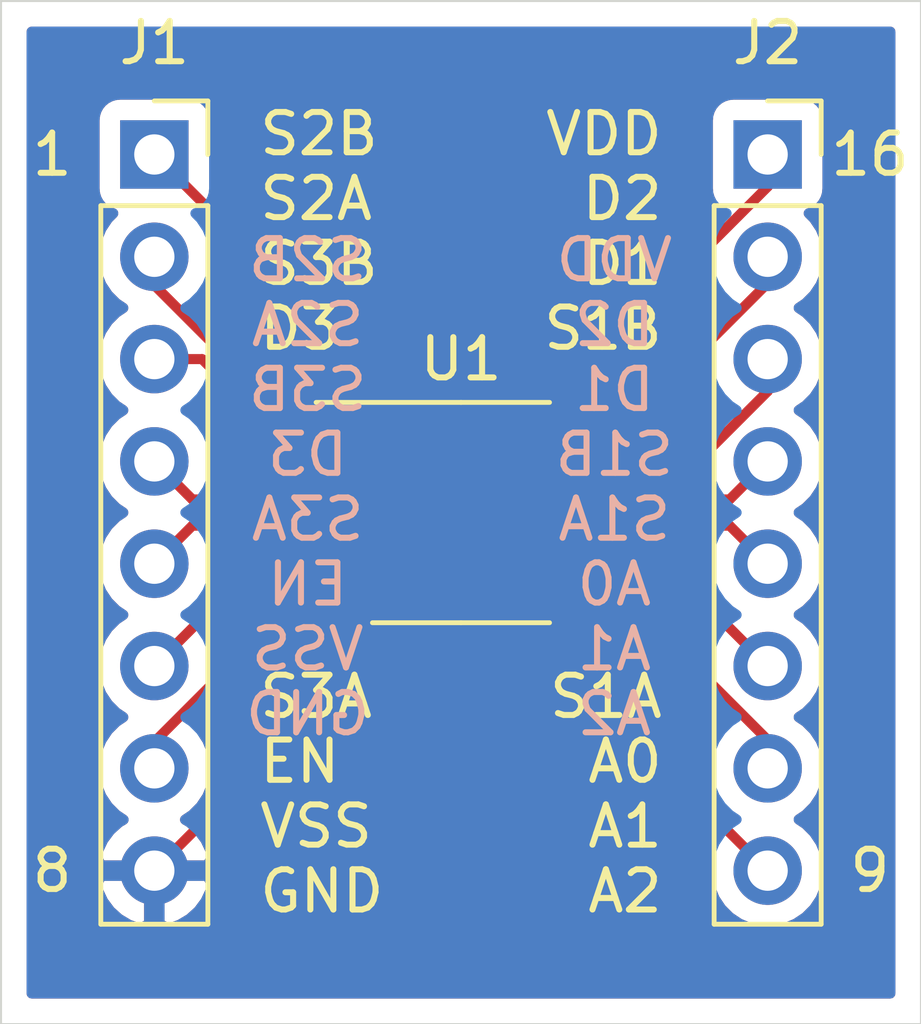
<source format=kicad_pcb>
(kicad_pcb (version 20171130) (host pcbnew "(5.1.10)-1")

  (general
    (thickness 1.6)
    (drawings 14)
    (tracks 39)
    (zones 0)
    (modules 3)
    (nets 17)
  )

  (page A4)
  (layers
    (0 F.Cu signal)
    (31 B.Cu signal)
    (32 B.Adhes user)
    (33 F.Adhes user)
    (34 B.Paste user)
    (35 F.Paste user)
    (36 B.SilkS user)
    (37 F.SilkS user)
    (38 B.Mask user)
    (39 F.Mask user)
    (40 Dwgs.User user)
    (41 Cmts.User user)
    (42 Eco1.User user)
    (43 Eco2.User user)
    (44 Edge.Cuts user)
    (45 Margin user)
    (46 B.CrtYd user hide)
    (47 F.CrtYd user)
    (48 B.Fab user)
    (49 F.Fab user hide)
  )

  (setup
    (last_trace_width 0.25)
    (trace_clearance 0.2)
    (zone_clearance 0.508)
    (zone_45_only no)
    (trace_min 0.2)
    (via_size 0.8)
    (via_drill 0.4)
    (via_min_size 0.4)
    (via_min_drill 0.3)
    (uvia_size 0.3)
    (uvia_drill 0.1)
    (uvias_allowed no)
    (uvia_min_size 0.2)
    (uvia_min_drill 0.1)
    (edge_width 0.05)
    (segment_width 0.2)
    (pcb_text_width 0.3)
    (pcb_text_size 1.5 1.5)
    (mod_edge_width 0.12)
    (mod_text_size 1 1)
    (mod_text_width 0.15)
    (pad_size 1.524 1.524)
    (pad_drill 0.762)
    (pad_to_mask_clearance 0)
    (aux_axis_origin 0 0)
    (visible_elements FFFFFF7F)
    (pcbplotparams
      (layerselection 0x010fc_ffffffff)
      (usegerberextensions false)
      (usegerberattributes true)
      (usegerberadvancedattributes true)
      (creategerberjobfile true)
      (excludeedgelayer true)
      (linewidth 0.100000)
      (plotframeref false)
      (viasonmask false)
      (mode 1)
      (useauxorigin false)
      (hpglpennumber 1)
      (hpglpenspeed 20)
      (hpglpendiameter 15.000000)
      (psnegative false)
      (psa4output false)
      (plotreference true)
      (plotvalue true)
      (plotinvisibletext false)
      (padsonsilk false)
      (subtractmaskfromsilk false)
      (outputformat 1)
      (mirror false)
      (drillshape 1)
      (scaleselection 1)
      (outputdirectory ""))
  )

  (net 0 "")
  (net 1 "Net-(J1-Pad1)")
  (net 2 "Net-(J1-Pad2)")
  (net 3 "Net-(J1-Pad3)")
  (net 4 "Net-(J1-Pad4)")
  (net 5 "Net-(J1-Pad5)")
  (net 6 "Net-(J1-Pad6)")
  (net 7 "Net-(J1-Pad7)")
  (net 8 "Net-(J1-Pad8)")
  (net 9 "Net-(J2-Pad8)")
  (net 10 "Net-(J2-Pad7)")
  (net 11 "Net-(J2-Pad6)")
  (net 12 "Net-(J2-Pad5)")
  (net 13 "Net-(J2-Pad4)")
  (net 14 "Net-(J2-Pad3)")
  (net 15 "Net-(J2-Pad2)")
  (net 16 "Net-(J2-Pad1)")

  (net_class Default "This is the default net class."
    (clearance 0.2)
    (trace_width 0.25)
    (via_dia 0.8)
    (via_drill 0.4)
    (uvia_dia 0.3)
    (uvia_drill 0.1)
    (add_net "Net-(J1-Pad1)")
    (add_net "Net-(J1-Pad2)")
    (add_net "Net-(J1-Pad3)")
    (add_net "Net-(J1-Pad4)")
    (add_net "Net-(J1-Pad5)")
    (add_net "Net-(J1-Pad6)")
    (add_net "Net-(J1-Pad7)")
    (add_net "Net-(J1-Pad8)")
    (add_net "Net-(J2-Pad1)")
    (add_net "Net-(J2-Pad2)")
    (add_net "Net-(J2-Pad3)")
    (add_net "Net-(J2-Pad4)")
    (add_net "Net-(J2-Pad5)")
    (add_net "Net-(J2-Pad6)")
    (add_net "Net-(J2-Pad7)")
    (add_net "Net-(J2-Pad8)")
  )

  (module Connector_PinSocket_2.54mm:PinSocket_1x08_P2.54mm_Vertical (layer F.Cu) (tedit 5A19A420) (tstamp 6401AF75)
    (at 148.59 81.28)
    (descr "Through hole straight socket strip, 1x08, 2.54mm pitch, single row (from Kicad 4.0.7), script generated")
    (tags "Through hole socket strip THT 1x08 2.54mm single row")
    (path /6401CD73)
    (fp_text reference J1 (at 0 -2.77) (layer F.SilkS)
      (effects (font (size 1 1) (thickness 0.15)))
    )
    (fp_text value Conn_01x08 (at 0 20.55) (layer F.Fab)
      (effects (font (size 1 1) (thickness 0.15)))
    )
    (fp_line (start -1.8 19.55) (end -1.8 -1.8) (layer F.CrtYd) (width 0.05))
    (fp_line (start 1.75 19.55) (end -1.8 19.55) (layer F.CrtYd) (width 0.05))
    (fp_line (start 1.75 -1.8) (end 1.75 19.55) (layer F.CrtYd) (width 0.05))
    (fp_line (start -1.8 -1.8) (end 1.75 -1.8) (layer F.CrtYd) (width 0.05))
    (fp_line (start 0 -1.33) (end 1.33 -1.33) (layer F.SilkS) (width 0.12))
    (fp_line (start 1.33 -1.33) (end 1.33 0) (layer F.SilkS) (width 0.12))
    (fp_line (start 1.33 1.27) (end 1.33 19.11) (layer F.SilkS) (width 0.12))
    (fp_line (start -1.33 19.11) (end 1.33 19.11) (layer F.SilkS) (width 0.12))
    (fp_line (start -1.33 1.27) (end -1.33 19.11) (layer F.SilkS) (width 0.12))
    (fp_line (start -1.33 1.27) (end 1.33 1.27) (layer F.SilkS) (width 0.12))
    (fp_line (start -1.27 19.05) (end -1.27 -1.27) (layer F.Fab) (width 0.1))
    (fp_line (start 1.27 19.05) (end -1.27 19.05) (layer F.Fab) (width 0.1))
    (fp_line (start 1.27 -0.635) (end 1.27 19.05) (layer F.Fab) (width 0.1))
    (fp_line (start 0.635 -1.27) (end 1.27 -0.635) (layer F.Fab) (width 0.1))
    (fp_line (start -1.27 -1.27) (end 0.635 -1.27) (layer F.Fab) (width 0.1))
    (fp_text user %R (at 0 8.89 90) (layer F.Fab)
      (effects (font (size 1 1) (thickness 0.15)))
    )
    (pad 1 thru_hole rect (at 0 0) (size 1.7 1.7) (drill 1) (layers *.Cu *.Mask)
      (net 1 "Net-(J1-Pad1)"))
    (pad 2 thru_hole oval (at 0 2.54) (size 1.7 1.7) (drill 1) (layers *.Cu *.Mask)
      (net 2 "Net-(J1-Pad2)"))
    (pad 3 thru_hole oval (at 0 5.08) (size 1.7 1.7) (drill 1) (layers *.Cu *.Mask)
      (net 3 "Net-(J1-Pad3)"))
    (pad 4 thru_hole oval (at 0 7.62) (size 1.7 1.7) (drill 1) (layers *.Cu *.Mask)
      (net 4 "Net-(J1-Pad4)"))
    (pad 5 thru_hole oval (at 0 10.16) (size 1.7 1.7) (drill 1) (layers *.Cu *.Mask)
      (net 5 "Net-(J1-Pad5)"))
    (pad 6 thru_hole oval (at 0 12.7) (size 1.7 1.7) (drill 1) (layers *.Cu *.Mask)
      (net 6 "Net-(J1-Pad6)"))
    (pad 7 thru_hole oval (at 0 15.24) (size 1.7 1.7) (drill 1) (layers *.Cu *.Mask)
      (net 7 "Net-(J1-Pad7)"))
    (pad 8 thru_hole oval (at 0 17.78) (size 1.7 1.7) (drill 1) (layers *.Cu *.Mask)
      (net 8 "Net-(J1-Pad8)"))
    (model ${KISYS3DMOD}/Connector_PinSocket_2.54mm.3dshapes/PinSocket_1x08_P2.54mm_Vertical.wrl
      (at (xyz 0 0 0))
      (scale (xyz 1 1 1))
      (rotate (xyz 0 0 0))
    )
  )

  (module Connector_PinSocket_2.54mm:PinSocket_1x08_P2.54mm_Vertical (layer F.Cu) (tedit 5A19A420) (tstamp 6401AF91)
    (at 163.83 81.28)
    (descr "Through hole straight socket strip, 1x08, 2.54mm pitch, single row (from Kicad 4.0.7), script generated")
    (tags "Through hole socket strip THT 1x08 2.54mm single row")
    (path /6401DFBA)
    (fp_text reference J2 (at 0 -2.77) (layer F.SilkS)
      (effects (font (size 1 1) (thickness 0.15)))
    )
    (fp_text value Conn_01x08 (at 0 20.55) (layer F.Fab)
      (effects (font (size 1 1) (thickness 0.15)))
    )
    (fp_text user %R (at 0 8.89 90) (layer F.Fab)
      (effects (font (size 1 1) (thickness 0.15)))
    )
    (fp_line (start -1.27 -1.27) (end 0.635 -1.27) (layer F.Fab) (width 0.1))
    (fp_line (start 0.635 -1.27) (end 1.27 -0.635) (layer F.Fab) (width 0.1))
    (fp_line (start 1.27 -0.635) (end 1.27 19.05) (layer F.Fab) (width 0.1))
    (fp_line (start 1.27 19.05) (end -1.27 19.05) (layer F.Fab) (width 0.1))
    (fp_line (start -1.27 19.05) (end -1.27 -1.27) (layer F.Fab) (width 0.1))
    (fp_line (start -1.33 1.27) (end 1.33 1.27) (layer F.SilkS) (width 0.12))
    (fp_line (start -1.33 1.27) (end -1.33 19.11) (layer F.SilkS) (width 0.12))
    (fp_line (start -1.33 19.11) (end 1.33 19.11) (layer F.SilkS) (width 0.12))
    (fp_line (start 1.33 1.27) (end 1.33 19.11) (layer F.SilkS) (width 0.12))
    (fp_line (start 1.33 -1.33) (end 1.33 0) (layer F.SilkS) (width 0.12))
    (fp_line (start 0 -1.33) (end 1.33 -1.33) (layer F.SilkS) (width 0.12))
    (fp_line (start -1.8 -1.8) (end 1.75 -1.8) (layer F.CrtYd) (width 0.05))
    (fp_line (start 1.75 -1.8) (end 1.75 19.55) (layer F.CrtYd) (width 0.05))
    (fp_line (start 1.75 19.55) (end -1.8 19.55) (layer F.CrtYd) (width 0.05))
    (fp_line (start -1.8 19.55) (end -1.8 -1.8) (layer F.CrtYd) (width 0.05))
    (pad 8 thru_hole oval (at 0 17.78) (size 1.7 1.7) (drill 1) (layers *.Cu *.Mask)
      (net 9 "Net-(J2-Pad8)"))
    (pad 7 thru_hole oval (at 0 15.24) (size 1.7 1.7) (drill 1) (layers *.Cu *.Mask)
      (net 10 "Net-(J2-Pad7)"))
    (pad 6 thru_hole oval (at 0 12.7) (size 1.7 1.7) (drill 1) (layers *.Cu *.Mask)
      (net 11 "Net-(J2-Pad6)"))
    (pad 5 thru_hole oval (at 0 10.16) (size 1.7 1.7) (drill 1) (layers *.Cu *.Mask)
      (net 12 "Net-(J2-Pad5)"))
    (pad 4 thru_hole oval (at 0 7.62) (size 1.7 1.7) (drill 1) (layers *.Cu *.Mask)
      (net 13 "Net-(J2-Pad4)"))
    (pad 3 thru_hole oval (at 0 5.08) (size 1.7 1.7) (drill 1) (layers *.Cu *.Mask)
      (net 14 "Net-(J2-Pad3)"))
    (pad 2 thru_hole oval (at 0 2.54) (size 1.7 1.7) (drill 1) (layers *.Cu *.Mask)
      (net 15 "Net-(J2-Pad2)"))
    (pad 1 thru_hole rect (at 0 0) (size 1.7 1.7) (drill 1) (layers *.Cu *.Mask)
      (net 16 "Net-(J2-Pad1)"))
    (model ${KISYS3DMOD}/Connector_PinSocket_2.54mm.3dshapes/PinSocket_1x08_P2.54mm_Vertical.wrl
      (at (xyz 0 0 0))
      (scale (xyz 1 1 1))
      (rotate (xyz 0 0 0))
    )
  )

  (module Package_SO:TSSOP-16_4.4x5mm_P0.65mm (layer F.Cu) (tedit 5E476F32) (tstamp 6401AFB3)
    (at 156.21 90.17)
    (descr "TSSOP, 16 Pin (JEDEC MO-153 Var AB https://www.jedec.org/document_search?search_api_views_fulltext=MO-153), generated with kicad-footprint-generator ipc_gullwing_generator.py")
    (tags "TSSOP SO")
    (path /640154AF)
    (attr smd)
    (fp_text reference U1 (at 0 -3.81) (layer F.SilkS)
      (effects (font (size 1 1) (thickness 0.15)))
    )
    (fp_text value ADG733BRU (at 0 3.45) (layer F.Fab)
      (effects (font (size 1 1) (thickness 0.15)))
    )
    (fp_line (start 3.85 -2.75) (end -3.85 -2.75) (layer F.CrtYd) (width 0.05))
    (fp_line (start 3.85 2.75) (end 3.85 -2.75) (layer F.CrtYd) (width 0.05))
    (fp_line (start -3.85 2.75) (end 3.85 2.75) (layer F.CrtYd) (width 0.05))
    (fp_line (start -3.85 -2.75) (end -3.85 2.75) (layer F.CrtYd) (width 0.05))
    (fp_line (start -2.2 -1.5) (end -1.2 -2.5) (layer F.Fab) (width 0.1))
    (fp_line (start -2.2 2.5) (end -2.2 -1.5) (layer F.Fab) (width 0.1))
    (fp_line (start 2.2 2.5) (end -2.2 2.5) (layer F.Fab) (width 0.1))
    (fp_line (start 2.2 -2.5) (end 2.2 2.5) (layer F.Fab) (width 0.1))
    (fp_line (start -1.2 -2.5) (end 2.2 -2.5) (layer F.Fab) (width 0.1))
    (fp_line (start 0 -2.735) (end -3.6 -2.735) (layer F.SilkS) (width 0.12))
    (fp_line (start 0 -2.735) (end 2.2 -2.735) (layer F.SilkS) (width 0.12))
    (fp_line (start 0 2.735) (end -2.2 2.735) (layer F.SilkS) (width 0.12))
    (fp_line (start 0 2.735) (end 2.2 2.735) (layer F.SilkS) (width 0.12))
    (fp_text user %R (at 0 0) (layer F.Fab)
      (effects (font (size 1 1) (thickness 0.15)))
    )
    (pad 1 smd roundrect (at -2.8625 -2.275) (size 1.475 0.4) (layers F.Cu F.Paste F.Mask) (roundrect_rratio 0.25)
      (net 1 "Net-(J1-Pad1)"))
    (pad 2 smd roundrect (at -2.8625 -1.625) (size 1.475 0.4) (layers F.Cu F.Paste F.Mask) (roundrect_rratio 0.25)
      (net 2 "Net-(J1-Pad2)"))
    (pad 3 smd roundrect (at -2.8625 -0.975) (size 1.475 0.4) (layers F.Cu F.Paste F.Mask) (roundrect_rratio 0.25)
      (net 3 "Net-(J1-Pad3)"))
    (pad 4 smd roundrect (at -2.8625 -0.325) (size 1.475 0.4) (layers F.Cu F.Paste F.Mask) (roundrect_rratio 0.25)
      (net 4 "Net-(J1-Pad4)"))
    (pad 5 smd roundrect (at -2.8625 0.325) (size 1.475 0.4) (layers F.Cu F.Paste F.Mask) (roundrect_rratio 0.25)
      (net 5 "Net-(J1-Pad5)"))
    (pad 6 smd roundrect (at -2.8625 0.975) (size 1.475 0.4) (layers F.Cu F.Paste F.Mask) (roundrect_rratio 0.25)
      (net 6 "Net-(J1-Pad6)"))
    (pad 7 smd roundrect (at -2.8625 1.625) (size 1.475 0.4) (layers F.Cu F.Paste F.Mask) (roundrect_rratio 0.25)
      (net 7 "Net-(J1-Pad7)"))
    (pad 8 smd roundrect (at -2.8625 2.275) (size 1.475 0.4) (layers F.Cu F.Paste F.Mask) (roundrect_rratio 0.25)
      (net 8 "Net-(J1-Pad8)"))
    (pad 9 smd roundrect (at 2.8625 2.275) (size 1.475 0.4) (layers F.Cu F.Paste F.Mask) (roundrect_rratio 0.25)
      (net 9 "Net-(J2-Pad8)"))
    (pad 10 smd roundrect (at 2.8625 1.625) (size 1.475 0.4) (layers F.Cu F.Paste F.Mask) (roundrect_rratio 0.25)
      (net 10 "Net-(J2-Pad7)"))
    (pad 11 smd roundrect (at 2.8625 0.975) (size 1.475 0.4) (layers F.Cu F.Paste F.Mask) (roundrect_rratio 0.25)
      (net 11 "Net-(J2-Pad6)"))
    (pad 12 smd roundrect (at 2.8625 0.325) (size 1.475 0.4) (layers F.Cu F.Paste F.Mask) (roundrect_rratio 0.25)
      (net 12 "Net-(J2-Pad5)"))
    (pad 13 smd roundrect (at 2.8625 -0.325) (size 1.475 0.4) (layers F.Cu F.Paste F.Mask) (roundrect_rratio 0.25)
      (net 13 "Net-(J2-Pad4)"))
    (pad 14 smd roundrect (at 2.8625 -0.975) (size 1.475 0.4) (layers F.Cu F.Paste F.Mask) (roundrect_rratio 0.25)
      (net 14 "Net-(J2-Pad3)"))
    (pad 15 smd roundrect (at 2.8625 -1.625) (size 1.475 0.4) (layers F.Cu F.Paste F.Mask) (roundrect_rratio 0.25)
      (net 15 "Net-(J2-Pad2)"))
    (pad 16 smd roundrect (at 2.8625 -2.275) (size 1.475 0.4) (layers F.Cu F.Paste F.Mask) (roundrect_rratio 0.25)
      (net 16 "Net-(J2-Pad1)"))
    (model ${KISYS3DMOD}/Package_SO.3dshapes/TSSOP-16_4.4x5mm_P0.65mm.wrl
      (at (xyz 0 0 0))
      (scale (xyz 1 1 1))
      (rotate (xyz 0 0 0))
    )
  )

  (gr_text "S1A\nA0\nA1\nA2" (at 161.29 97.155) (layer F.SilkS)
    (effects (font (size 1 1) (thickness 0.15)) (justify right))
  )
  (gr_text "VDD\nD2\nD1\nS1B" (at 161.29 83.185) (layer F.SilkS)
    (effects (font (size 1 1) (thickness 0.15)) (justify right))
  )
  (gr_text "S3A\nEN\nVSS\nGND" (at 151.13 97.155) (layer F.SilkS)
    (effects (font (size 1 1) (thickness 0.15)) (justify left))
  )
  (gr_text "S2B\nS2A\nS3B\nD3" (at 151.13 83.185) (layer F.SilkS)
    (effects (font (size 1 1) (thickness 0.15)) (justify left))
  )
  (gr_text "VDD\nD2\nD1\nS1B\nS1A\nA0\nA1\nA2" (at 160.02 89.535) (layer B.SilkS)
    (effects (font (size 1 1) (thickness 0.15)) (justify mirror))
  )
  (gr_text "S2B\nS2A\nS3B\nD3\nS3A\nEN\nVSS\nGND" (at 152.4 89.535) (layer B.SilkS)
    (effects (font (size 1 1) (thickness 0.15)) (justify mirror))
  )
  (gr_text 16 (at 166.37 81.28) (layer F.SilkS)
    (effects (font (size 1 1) (thickness 0.15)))
  )
  (gr_text 9 (at 166.37 99.06) (layer F.SilkS)
    (effects (font (size 1 1) (thickness 0.15)))
  )
  (gr_text 8 (at 146.05 99.06) (layer F.SilkS)
    (effects (font (size 1 1) (thickness 0.15)))
  )
  (gr_text 1 (at 146.05 81.28) (layer F.SilkS)
    (effects (font (size 1 1) (thickness 0.15)))
  )
  (gr_line (start 144.78 102.87) (end 144.78 77.47) (layer Edge.Cuts) (width 0.05) (tstamp 6401B257))
  (gr_line (start 167.64 102.87) (end 144.78 102.87) (layer Edge.Cuts) (width 0.05))
  (gr_line (start 167.64 77.47) (end 167.64 102.87) (layer Edge.Cuts) (width 0.05))
  (gr_line (start 144.78 77.47) (end 167.64 77.47) (layer Edge.Cuts) (width 0.05))

  (segment (start 153.3475 86.0375) (end 148.59 81.28) (width 0.25) (layer F.Cu) (net 1))
  (segment (start 153.3475 87.895) (end 153.3475 86.0375) (width 0.25) (layer F.Cu) (net 1))
  (segment (start 148.59 84.525) (end 148.59 83.82) (width 0.25) (layer F.Cu) (net 2))
  (segment (start 152.61 88.545) (end 148.59 84.525) (width 0.25) (layer F.Cu) (net 2))
  (segment (start 153.3475 88.545) (end 152.61 88.545) (width 0.25) (layer F.Cu) (net 2))
  (segment (start 149.775 86.36) (end 148.59 86.36) (width 0.25) (layer F.Cu) (net 3))
  (segment (start 152.61 89.195) (end 149.775 86.36) (width 0.25) (layer F.Cu) (net 3))
  (segment (start 153.3475 89.195) (end 152.61 89.195) (width 0.25) (layer F.Cu) (net 3))
  (segment (start 149.535 89.845) (end 148.59 88.9) (width 0.25) (layer F.Cu) (net 4))
  (segment (start 153.3475 89.845) (end 149.535 89.845) (width 0.25) (layer F.Cu) (net 4))
  (segment (start 149.535 90.495) (end 153.3475 90.495) (width 0.25) (layer F.Cu) (net 5))
  (segment (start 148.59 91.44) (end 149.535 90.495) (width 0.25) (layer F.Cu) (net 5))
  (segment (start 151.425 91.145) (end 153.3475 91.145) (width 0.25) (layer F.Cu) (net 6))
  (segment (start 148.59 93.98) (end 151.425 91.145) (width 0.25) (layer F.Cu) (net 6))
  (segment (start 152.658942 91.795) (end 153.3475 91.795) (width 0.25) (layer F.Cu) (net 7))
  (segment (start 148.59 95.863942) (end 152.658942 91.795) (width 0.25) (layer F.Cu) (net 7))
  (segment (start 148.59 96.52) (end 148.59 95.863942) (width 0.25) (layer F.Cu) (net 7))
  (segment (start 153.3475 94.3025) (end 148.59 99.06) (width 0.25) (layer F.Cu) (net 8))
  (segment (start 153.3475 92.445) (end 153.3475 94.3025) (width 0.25) (layer F.Cu) (net 8))
  (segment (start 159.0725 94.3025) (end 163.83 99.06) (width 0.25) (layer F.Cu) (net 9))
  (segment (start 159.0725 92.445) (end 159.0725 94.3025) (width 0.25) (layer F.Cu) (net 9))
  (segment (start 163.83 95.815) (end 163.83 96.52) (width 0.25) (layer F.Cu) (net 10))
  (segment (start 159.81 91.795) (end 163.83 95.815) (width 0.25) (layer F.Cu) (net 10))
  (segment (start 159.0725 91.795) (end 159.81 91.795) (width 0.25) (layer F.Cu) (net 10))
  (segment (start 160.995 91.145) (end 163.83 93.98) (width 0.25) (layer F.Cu) (net 11))
  (segment (start 159.0725 91.145) (end 160.995 91.145) (width 0.25) (layer F.Cu) (net 11))
  (segment (start 162.885 90.495) (end 163.83 91.44) (width 0.25) (layer F.Cu) (net 12))
  (segment (start 159.0725 90.495) (end 162.885 90.495) (width 0.25) (layer F.Cu) (net 12))
  (segment (start 162.885 89.845) (end 159.0725 89.845) (width 0.25) (layer F.Cu) (net 13))
  (segment (start 163.83 88.9) (end 162.885 89.845) (width 0.25) (layer F.Cu) (net 13))
  (segment (start 163.83 87.160998) (end 163.83 86.36) (width 0.25) (layer F.Cu) (net 14))
  (segment (start 161.795998 89.195) (end 163.83 87.160998) (width 0.25) (layer F.Cu) (net 14))
  (segment (start 159.0725 89.195) (end 161.795998 89.195) (width 0.25) (layer F.Cu) (net 14))
  (segment (start 159.761058 88.545) (end 159.0725 88.545) (width 0.25) (layer F.Cu) (net 15))
  (segment (start 163.83 84.476058) (end 159.761058 88.545) (width 0.25) (layer F.Cu) (net 15))
  (segment (start 163.83 83.82) (end 163.83 84.476058) (width 0.25) (layer F.Cu) (net 15))
  (segment (start 163.83 82.080998) (end 163.83 81.28) (width 0.25) (layer F.Cu) (net 16))
  (segment (start 159.0725 86.838498) (end 163.83 82.080998) (width 0.25) (layer F.Cu) (net 16))
  (segment (start 159.0725 87.895) (end 159.0725 86.838498) (width 0.25) (layer F.Cu) (net 16))

  (zone (net 8) (net_name "Net-(J1-Pad8)") (layer F.Cu) (tstamp 0) (hatch edge 0.508)
    (connect_pads (clearance 0.508))
    (min_thickness 0.254)
    (fill yes (arc_segments 32) (thermal_gap 0.508) (thermal_bridge_width 0.508))
    (polygon
      (pts
        (xy 167.005 102.235) (xy 145.415 102.235) (xy 145.415 78.105) (xy 167.005 78.105)
      )
    )
    (filled_polygon
      (pts
        (xy 166.878 102.108) (xy 145.542 102.108) (xy 145.542 99.41689) (xy 147.148524 99.41689) (xy 147.193175 99.564099)
        (xy 147.318359 99.82692) (xy 147.492412 100.060269) (xy 147.708645 100.255178) (xy 147.958748 100.404157) (xy 148.233109 100.501481)
        (xy 148.463 100.380814) (xy 148.463 99.187) (xy 148.717 99.187) (xy 148.717 100.380814) (xy 148.946891 100.501481)
        (xy 149.221252 100.404157) (xy 149.471355 100.255178) (xy 149.687588 100.060269) (xy 149.861641 99.82692) (xy 149.986825 99.564099)
        (xy 150.031476 99.41689) (xy 149.910155 99.187) (xy 148.717 99.187) (xy 148.463 99.187) (xy 147.269845 99.187)
        (xy 147.148524 99.41689) (xy 145.542 99.41689) (xy 145.542 80.43) (xy 147.101928 80.43) (xy 147.101928 82.13)
        (xy 147.114188 82.254482) (xy 147.150498 82.37418) (xy 147.209463 82.484494) (xy 147.288815 82.581185) (xy 147.385506 82.660537)
        (xy 147.49582 82.719502) (xy 147.56838 82.741513) (xy 147.436525 82.873368) (xy 147.27401 83.116589) (xy 147.162068 83.386842)
        (xy 147.105 83.67374) (xy 147.105 83.96626) (xy 147.162068 84.253158) (xy 147.27401 84.523411) (xy 147.436525 84.766632)
        (xy 147.643368 84.973475) (xy 147.81776 85.09) (xy 147.643368 85.206525) (xy 147.436525 85.413368) (xy 147.27401 85.656589)
        (xy 147.162068 85.926842) (xy 147.105 86.21374) (xy 147.105 86.50626) (xy 147.162068 86.793158) (xy 147.27401 87.063411)
        (xy 147.436525 87.306632) (xy 147.643368 87.513475) (xy 147.81776 87.63) (xy 147.643368 87.746525) (xy 147.436525 87.953368)
        (xy 147.27401 88.196589) (xy 147.162068 88.466842) (xy 147.105 88.75374) (xy 147.105 89.04626) (xy 147.162068 89.333158)
        (xy 147.27401 89.603411) (xy 147.436525 89.846632) (xy 147.643368 90.053475) (xy 147.81776 90.17) (xy 147.643368 90.286525)
        (xy 147.436525 90.493368) (xy 147.27401 90.736589) (xy 147.162068 91.006842) (xy 147.105 91.29374) (xy 147.105 91.58626)
        (xy 147.162068 91.873158) (xy 147.27401 92.143411) (xy 147.436525 92.386632) (xy 147.643368 92.593475) (xy 147.81776 92.71)
        (xy 147.643368 92.826525) (xy 147.436525 93.033368) (xy 147.27401 93.276589) (xy 147.162068 93.546842) (xy 147.105 93.83374)
        (xy 147.105 94.12626) (xy 147.162068 94.413158) (xy 147.27401 94.683411) (xy 147.436525 94.926632) (xy 147.643368 95.133475)
        (xy 147.81776 95.25) (xy 147.643368 95.366525) (xy 147.436525 95.573368) (xy 147.27401 95.816589) (xy 147.162068 96.086842)
        (xy 147.105 96.37374) (xy 147.105 96.66626) (xy 147.162068 96.953158) (xy 147.27401 97.223411) (xy 147.436525 97.466632)
        (xy 147.643368 97.673475) (xy 147.825534 97.795195) (xy 147.708645 97.864822) (xy 147.492412 98.059731) (xy 147.318359 98.29308)
        (xy 147.193175 98.555901) (xy 147.148524 98.70311) (xy 147.269845 98.933) (xy 148.463 98.933) (xy 148.463 98.913)
        (xy 148.717 98.913) (xy 148.717 98.933) (xy 149.910155 98.933) (xy 150.031476 98.70311) (xy 149.986825 98.555901)
        (xy 149.861641 98.29308) (xy 149.687588 98.059731) (xy 149.471355 97.864822) (xy 149.354466 97.795195) (xy 149.536632 97.673475)
        (xy 149.743475 97.466632) (xy 149.90599 97.223411) (xy 150.017932 96.953158) (xy 150.075 96.66626) (xy 150.075 96.37374)
        (xy 150.017932 96.086842) (xy 149.90599 95.816589) (xy 149.82835 95.700393) (xy 152.319229 93.209515) (xy 152.374718 93.238109)
        (xy 152.494948 93.272614) (xy 152.6196 93.283) (xy 153.06175 93.28) (xy 153.2205 93.12125) (xy 153.2205 92.633072)
        (xy 153.4745 92.633072) (xy 153.4745 93.12125) (xy 153.63325 93.28) (xy 154.0754 93.283) (xy 154.200052 93.272614)
        (xy 154.320282 93.238109) (xy 154.431471 93.180811) (xy 154.529346 93.102922) (xy 154.610144 93.007436) (xy 154.670761 92.898021)
        (xy 154.708868 92.778883) (xy 154.72 92.67675) (xy 154.56125 92.518) (xy 154.377622 92.518) (xy 154.395051 92.508684)
        (xy 154.506896 92.416896) (xy 154.543741 92.372) (xy 154.56125 92.372) (xy 154.72 92.21325) (xy 154.708868 92.111117)
        (xy 154.69765 92.076045) (xy 154.70889 92.038991) (xy 154.723072 91.895) (xy 154.723072 91.695) (xy 154.70889 91.551009)
        (xy 154.684316 91.47) (xy 154.70889 91.388991) (xy 154.723072 91.245) (xy 154.723072 91.045) (xy 154.70889 90.901009)
        (xy 154.684316 90.82) (xy 154.70889 90.738991) (xy 154.723072 90.595) (xy 154.723072 90.395) (xy 154.70889 90.251009)
        (xy 154.684316 90.17) (xy 154.70889 90.088991) (xy 154.723072 89.945) (xy 154.723072 89.745) (xy 154.70889 89.601009)
        (xy 154.684316 89.52) (xy 154.70889 89.438991) (xy 154.723072 89.295) (xy 154.723072 89.095) (xy 154.70889 88.951009)
        (xy 154.684316 88.87) (xy 154.70889 88.788991) (xy 154.723072 88.645) (xy 154.723072 88.445) (xy 154.70889 88.301009)
        (xy 154.684316 88.22) (xy 154.70889 88.138991) (xy 154.723072 87.995) (xy 154.723072 87.795) (xy 157.696928 87.795)
        (xy 157.696928 87.995) (xy 157.71111 88.138991) (xy 157.735684 88.22) (xy 157.71111 88.301009) (xy 157.696928 88.445)
        (xy 157.696928 88.645) (xy 157.71111 88.788991) (xy 157.735684 88.87) (xy 157.71111 88.951009) (xy 157.696928 89.095)
        (xy 157.696928 89.295) (xy 157.71111 89.438991) (xy 157.735684 89.52) (xy 157.71111 89.601009) (xy 157.696928 89.745)
        (xy 157.696928 89.945) (xy 157.71111 90.088991) (xy 157.735684 90.17) (xy 157.71111 90.251009) (xy 157.696928 90.395)
        (xy 157.696928 90.595) (xy 157.71111 90.738991) (xy 157.735684 90.82) (xy 157.71111 90.901009) (xy 157.696928 91.045)
        (xy 157.696928 91.245) (xy 157.71111 91.388991) (xy 157.735684 91.47) (xy 157.71111 91.551009) (xy 157.696928 91.695)
        (xy 157.696928 91.895) (xy 157.71111 92.038991) (xy 157.735684 92.12) (xy 157.71111 92.201009) (xy 157.696928 92.345)
        (xy 157.696928 92.545) (xy 157.71111 92.688991) (xy 157.75311 92.827448) (xy 157.821316 92.955051) (xy 157.913104 93.066896)
        (xy 158.024949 93.158684) (xy 158.152552 93.22689) (xy 158.291009 93.26889) (xy 158.3125 93.271007) (xy 158.312501 94.265168)
        (xy 158.308824 94.3025) (xy 158.323498 94.451485) (xy 158.366954 94.594746) (xy 158.437526 94.726776) (xy 158.451396 94.743676)
        (xy 158.5325 94.842501) (xy 158.561498 94.866299) (xy 162.38879 98.693592) (xy 162.345 98.91374) (xy 162.345 99.20626)
        (xy 162.402068 99.493158) (xy 162.51401 99.763411) (xy 162.676525 100.006632) (xy 162.883368 100.213475) (xy 163.126589 100.37599)
        (xy 163.396842 100.487932) (xy 163.68374 100.545) (xy 163.97626 100.545) (xy 164.263158 100.487932) (xy 164.533411 100.37599)
        (xy 164.776632 100.213475) (xy 164.983475 100.006632) (xy 165.14599 99.763411) (xy 165.257932 99.493158) (xy 165.315 99.20626)
        (xy 165.315 98.91374) (xy 165.257932 98.626842) (xy 165.14599 98.356589) (xy 164.983475 98.113368) (xy 164.776632 97.906525)
        (xy 164.60224 97.79) (xy 164.776632 97.673475) (xy 164.983475 97.466632) (xy 165.14599 97.223411) (xy 165.257932 96.953158)
        (xy 165.315 96.66626) (xy 165.315 96.37374) (xy 165.257932 96.086842) (xy 165.14599 95.816589) (xy 164.983475 95.573368)
        (xy 164.776632 95.366525) (xy 164.60224 95.25) (xy 164.776632 95.133475) (xy 164.983475 94.926632) (xy 165.14599 94.683411)
        (xy 165.257932 94.413158) (xy 165.315 94.12626) (xy 165.315 93.83374) (xy 165.257932 93.546842) (xy 165.14599 93.276589)
        (xy 164.983475 93.033368) (xy 164.776632 92.826525) (xy 164.60224 92.71) (xy 164.776632 92.593475) (xy 164.983475 92.386632)
        (xy 165.14599 92.143411) (xy 165.257932 91.873158) (xy 165.315 91.58626) (xy 165.315 91.29374) (xy 165.257932 91.006842)
        (xy 165.14599 90.736589) (xy 164.983475 90.493368) (xy 164.776632 90.286525) (xy 164.60224 90.17) (xy 164.776632 90.053475)
        (xy 164.983475 89.846632) (xy 165.14599 89.603411) (xy 165.257932 89.333158) (xy 165.315 89.04626) (xy 165.315 88.75374)
        (xy 165.257932 88.466842) (xy 165.14599 88.196589) (xy 164.983475 87.953368) (xy 164.776632 87.746525) (xy 164.60224 87.63)
        (xy 164.776632 87.513475) (xy 164.983475 87.306632) (xy 165.14599 87.063411) (xy 165.257932 86.793158) (xy 165.315 86.50626)
        (xy 165.315 86.21374) (xy 165.257932 85.926842) (xy 165.14599 85.656589) (xy 164.983475 85.413368) (xy 164.776632 85.206525)
        (xy 164.60224 85.09) (xy 164.776632 84.973475) (xy 164.983475 84.766632) (xy 165.14599 84.523411) (xy 165.257932 84.253158)
        (xy 165.315 83.96626) (xy 165.315 83.67374) (xy 165.257932 83.386842) (xy 165.14599 83.116589) (xy 164.983475 82.873368)
        (xy 164.85162 82.741513) (xy 164.92418 82.719502) (xy 165.034494 82.660537) (xy 165.131185 82.581185) (xy 165.210537 82.484494)
        (xy 165.269502 82.37418) (xy 165.305812 82.254482) (xy 165.318072 82.13) (xy 165.318072 80.43) (xy 165.305812 80.305518)
        (xy 165.269502 80.18582) (xy 165.210537 80.075506) (xy 165.131185 79.978815) (xy 165.034494 79.899463) (xy 164.92418 79.840498)
        (xy 164.804482 79.804188) (xy 164.68 79.791928) (xy 162.98 79.791928) (xy 162.855518 79.804188) (xy 162.73582 79.840498)
        (xy 162.625506 79.899463) (xy 162.528815 79.978815) (xy 162.449463 80.075506) (xy 162.390498 80.18582) (xy 162.354188 80.305518)
        (xy 162.341928 80.43) (xy 162.341928 82.13) (xy 162.354188 82.254482) (xy 162.390498 82.37418) (xy 162.41541 82.420786)
        (xy 158.561498 86.274699) (xy 158.5325 86.298497) (xy 158.508702 86.327495) (xy 158.508701 86.327496) (xy 158.437526 86.414222)
        (xy 158.366954 86.546252) (xy 158.344281 86.620997) (xy 158.328667 86.672474) (xy 158.323498 86.689513) (xy 158.308824 86.838498)
        (xy 158.312501 86.87583) (xy 158.312501 87.068993) (xy 158.291009 87.07111) (xy 158.152552 87.11311) (xy 158.024949 87.181316)
        (xy 157.913104 87.273104) (xy 157.821316 87.384949) (xy 157.75311 87.512552) (xy 157.71111 87.651009) (xy 157.696928 87.795)
        (xy 154.723072 87.795) (xy 154.70889 87.651009) (xy 154.66689 87.512552) (xy 154.598684 87.384949) (xy 154.506896 87.273104)
        (xy 154.395051 87.181316) (xy 154.267448 87.11311) (xy 154.128991 87.07111) (xy 154.1075 87.068993) (xy 154.1075 86.074821)
        (xy 154.111176 86.037499) (xy 154.1075 86.000176) (xy 154.1075 86.000167) (xy 154.096503 85.888514) (xy 154.053046 85.745253)
        (xy 154.042234 85.725026) (xy 153.982474 85.613223) (xy 153.911299 85.526497) (xy 153.887501 85.497499) (xy 153.858503 85.473701)
        (xy 150.078072 81.693271) (xy 150.078072 80.43) (xy 150.065812 80.305518) (xy 150.029502 80.18582) (xy 149.970537 80.075506)
        (xy 149.891185 79.978815) (xy 149.794494 79.899463) (xy 149.68418 79.840498) (xy 149.564482 79.804188) (xy 149.44 79.791928)
        (xy 147.74 79.791928) (xy 147.615518 79.804188) (xy 147.49582 79.840498) (xy 147.385506 79.899463) (xy 147.288815 79.978815)
        (xy 147.209463 80.075506) (xy 147.150498 80.18582) (xy 147.114188 80.305518) (xy 147.101928 80.43) (xy 145.542 80.43)
        (xy 145.542 78.232) (xy 166.878 78.232)
      )
    )
  )
  (zone (net 8) (net_name "Net-(J1-Pad8)") (layer B.Cu) (tstamp 0) (hatch edge 0.508)
    (connect_pads (clearance 0.508))
    (min_thickness 0.254)
    (fill yes (arc_segments 32) (thermal_gap 0.508) (thermal_bridge_width 0.508))
    (polygon
      (pts
        (xy 167.005 102.235) (xy 145.415 102.235) (xy 145.415 78.105) (xy 167.005 78.105)
      )
    )
    (filled_polygon
      (pts
        (xy 166.878 102.108) (xy 145.542 102.108) (xy 145.542 99.41689) (xy 147.148524 99.41689) (xy 147.193175 99.564099)
        (xy 147.318359 99.82692) (xy 147.492412 100.060269) (xy 147.708645 100.255178) (xy 147.958748 100.404157) (xy 148.233109 100.501481)
        (xy 148.463 100.380814) (xy 148.463 99.187) (xy 148.717 99.187) (xy 148.717 100.380814) (xy 148.946891 100.501481)
        (xy 149.221252 100.404157) (xy 149.471355 100.255178) (xy 149.687588 100.060269) (xy 149.861641 99.82692) (xy 149.986825 99.564099)
        (xy 150.031476 99.41689) (xy 149.910155 99.187) (xy 148.717 99.187) (xy 148.463 99.187) (xy 147.269845 99.187)
        (xy 147.148524 99.41689) (xy 145.542 99.41689) (xy 145.542 80.43) (xy 147.101928 80.43) (xy 147.101928 82.13)
        (xy 147.114188 82.254482) (xy 147.150498 82.37418) (xy 147.209463 82.484494) (xy 147.288815 82.581185) (xy 147.385506 82.660537)
        (xy 147.49582 82.719502) (xy 147.56838 82.741513) (xy 147.436525 82.873368) (xy 147.27401 83.116589) (xy 147.162068 83.386842)
        (xy 147.105 83.67374) (xy 147.105 83.96626) (xy 147.162068 84.253158) (xy 147.27401 84.523411) (xy 147.436525 84.766632)
        (xy 147.643368 84.973475) (xy 147.81776 85.09) (xy 147.643368 85.206525) (xy 147.436525 85.413368) (xy 147.27401 85.656589)
        (xy 147.162068 85.926842) (xy 147.105 86.21374) (xy 147.105 86.50626) (xy 147.162068 86.793158) (xy 147.27401 87.063411)
        (xy 147.436525 87.306632) (xy 147.643368 87.513475) (xy 147.81776 87.63) (xy 147.643368 87.746525) (xy 147.436525 87.953368)
        (xy 147.27401 88.196589) (xy 147.162068 88.466842) (xy 147.105 88.75374) (xy 147.105 89.04626) (xy 147.162068 89.333158)
        (xy 147.27401 89.603411) (xy 147.436525 89.846632) (xy 147.643368 90.053475) (xy 147.81776 90.17) (xy 147.643368 90.286525)
        (xy 147.436525 90.493368) (xy 147.27401 90.736589) (xy 147.162068 91.006842) (xy 147.105 91.29374) (xy 147.105 91.58626)
        (xy 147.162068 91.873158) (xy 147.27401 92.143411) (xy 147.436525 92.386632) (xy 147.643368 92.593475) (xy 147.81776 92.71)
        (xy 147.643368 92.826525) (xy 147.436525 93.033368) (xy 147.27401 93.276589) (xy 147.162068 93.546842) (xy 147.105 93.83374)
        (xy 147.105 94.12626) (xy 147.162068 94.413158) (xy 147.27401 94.683411) (xy 147.436525 94.926632) (xy 147.643368 95.133475)
        (xy 147.81776 95.25) (xy 147.643368 95.366525) (xy 147.436525 95.573368) (xy 147.27401 95.816589) (xy 147.162068 96.086842)
        (xy 147.105 96.37374) (xy 147.105 96.66626) (xy 147.162068 96.953158) (xy 147.27401 97.223411) (xy 147.436525 97.466632)
        (xy 147.643368 97.673475) (xy 147.825534 97.795195) (xy 147.708645 97.864822) (xy 147.492412 98.059731) (xy 147.318359 98.29308)
        (xy 147.193175 98.555901) (xy 147.148524 98.70311) (xy 147.269845 98.933) (xy 148.463 98.933) (xy 148.463 98.913)
        (xy 148.717 98.913) (xy 148.717 98.933) (xy 149.910155 98.933) (xy 150.031476 98.70311) (xy 149.986825 98.555901)
        (xy 149.861641 98.29308) (xy 149.687588 98.059731) (xy 149.471355 97.864822) (xy 149.354466 97.795195) (xy 149.536632 97.673475)
        (xy 149.743475 97.466632) (xy 149.90599 97.223411) (xy 150.017932 96.953158) (xy 150.075 96.66626) (xy 150.075 96.37374)
        (xy 150.017932 96.086842) (xy 149.90599 95.816589) (xy 149.743475 95.573368) (xy 149.536632 95.366525) (xy 149.36224 95.25)
        (xy 149.536632 95.133475) (xy 149.743475 94.926632) (xy 149.90599 94.683411) (xy 150.017932 94.413158) (xy 150.075 94.12626)
        (xy 150.075 93.83374) (xy 150.017932 93.546842) (xy 149.90599 93.276589) (xy 149.743475 93.033368) (xy 149.536632 92.826525)
        (xy 149.36224 92.71) (xy 149.536632 92.593475) (xy 149.743475 92.386632) (xy 149.90599 92.143411) (xy 150.017932 91.873158)
        (xy 150.075 91.58626) (xy 150.075 91.29374) (xy 150.017932 91.006842) (xy 149.90599 90.736589) (xy 149.743475 90.493368)
        (xy 149.536632 90.286525) (xy 149.36224 90.17) (xy 149.536632 90.053475) (xy 149.743475 89.846632) (xy 149.90599 89.603411)
        (xy 150.017932 89.333158) (xy 150.075 89.04626) (xy 150.075 88.75374) (xy 150.017932 88.466842) (xy 149.90599 88.196589)
        (xy 149.743475 87.953368) (xy 149.536632 87.746525) (xy 149.36224 87.63) (xy 149.536632 87.513475) (xy 149.743475 87.306632)
        (xy 149.90599 87.063411) (xy 150.017932 86.793158) (xy 150.075 86.50626) (xy 150.075 86.21374) (xy 150.017932 85.926842)
        (xy 149.90599 85.656589) (xy 149.743475 85.413368) (xy 149.536632 85.206525) (xy 149.36224 85.09) (xy 149.536632 84.973475)
        (xy 149.743475 84.766632) (xy 149.90599 84.523411) (xy 150.017932 84.253158) (xy 150.075 83.96626) (xy 150.075 83.67374)
        (xy 150.017932 83.386842) (xy 149.90599 83.116589) (xy 149.743475 82.873368) (xy 149.61162 82.741513) (xy 149.68418 82.719502)
        (xy 149.794494 82.660537) (xy 149.891185 82.581185) (xy 149.970537 82.484494) (xy 150.029502 82.37418) (xy 150.065812 82.254482)
        (xy 150.078072 82.13) (xy 150.078072 80.43) (xy 162.341928 80.43) (xy 162.341928 82.13) (xy 162.354188 82.254482)
        (xy 162.390498 82.37418) (xy 162.449463 82.484494) (xy 162.528815 82.581185) (xy 162.625506 82.660537) (xy 162.73582 82.719502)
        (xy 162.80838 82.741513) (xy 162.676525 82.873368) (xy 162.51401 83.116589) (xy 162.402068 83.386842) (xy 162.345 83.67374)
        (xy 162.345 83.96626) (xy 162.402068 84.253158) (xy 162.51401 84.523411) (xy 162.676525 84.766632) (xy 162.883368 84.973475)
        (xy 163.05776 85.09) (xy 162.883368 85.206525) (xy 162.676525 85.413368) (xy 162.51401 85.656589) (xy 162.402068 85.926842)
        (xy 162.345 86.21374) (xy 162.345 86.50626) (xy 162.402068 86.793158) (xy 162.51401 87.063411) (xy 162.676525 87.306632)
        (xy 162.883368 87.513475) (xy 163.05776 87.63) (xy 162.883368 87.746525) (xy 162.676525 87.953368) (xy 162.51401 88.196589)
        (xy 162.402068 88.466842) (xy 162.345 88.75374) (xy 162.345 89.04626) (xy 162.402068 89.333158) (xy 162.51401 89.603411)
        (xy 162.676525 89.846632) (xy 162.883368 90.053475) (xy 163.05776 90.17) (xy 162.883368 90.286525) (xy 162.676525 90.493368)
        (xy 162.51401 90.736589) (xy 162.402068 91.006842) (xy 162.345 91.29374) (xy 162.345 91.58626) (xy 162.402068 91.873158)
        (xy 162.51401 92.143411) (xy 162.676525 92.386632) (xy 162.883368 92.593475) (xy 163.05776 92.71) (xy 162.883368 92.826525)
        (xy 162.676525 93.033368) (xy 162.51401 93.276589) (xy 162.402068 93.546842) (xy 162.345 93.83374) (xy 162.345 94.12626)
        (xy 162.402068 94.413158) (xy 162.51401 94.683411) (xy 162.676525 94.926632) (xy 162.883368 95.133475) (xy 163.05776 95.25)
        (xy 162.883368 95.366525) (xy 162.676525 95.573368) (xy 162.51401 95.816589) (xy 162.402068 96.086842) (xy 162.345 96.37374)
        (xy 162.345 96.66626) (xy 162.402068 96.953158) (xy 162.51401 97.223411) (xy 162.676525 97.466632) (xy 162.883368 97.673475)
        (xy 163.05776 97.79) (xy 162.883368 97.906525) (xy 162.676525 98.113368) (xy 162.51401 98.356589) (xy 162.402068 98.626842)
        (xy 162.345 98.91374) (xy 162.345 99.20626) (xy 162.402068 99.493158) (xy 162.51401 99.763411) (xy 162.676525 100.006632)
        (xy 162.883368 100.213475) (xy 163.126589 100.37599) (xy 163.396842 100.487932) (xy 163.68374 100.545) (xy 163.97626 100.545)
        (xy 164.263158 100.487932) (xy 164.533411 100.37599) (xy 164.776632 100.213475) (xy 164.983475 100.006632) (xy 165.14599 99.763411)
        (xy 165.257932 99.493158) (xy 165.315 99.20626) (xy 165.315 98.91374) (xy 165.257932 98.626842) (xy 165.14599 98.356589)
        (xy 164.983475 98.113368) (xy 164.776632 97.906525) (xy 164.60224 97.79) (xy 164.776632 97.673475) (xy 164.983475 97.466632)
        (xy 165.14599 97.223411) (xy 165.257932 96.953158) (xy 165.315 96.66626) (xy 165.315 96.37374) (xy 165.257932 96.086842)
        (xy 165.14599 95.816589) (xy 164.983475 95.573368) (xy 164.776632 95.366525) (xy 164.60224 95.25) (xy 164.776632 95.133475)
        (xy 164.983475 94.926632) (xy 165.14599 94.683411) (xy 165.257932 94.413158) (xy 165.315 94.12626) (xy 165.315 93.83374)
        (xy 165.257932 93.546842) (xy 165.14599 93.276589) (xy 164.983475 93.033368) (xy 164.776632 92.826525) (xy 164.60224 92.71)
        (xy 164.776632 92.593475) (xy 164.983475 92.386632) (xy 165.14599 92.143411) (xy 165.257932 91.873158) (xy 165.315 91.58626)
        (xy 165.315 91.29374) (xy 165.257932 91.006842) (xy 165.14599 90.736589) (xy 164.983475 90.493368) (xy 164.776632 90.286525)
        (xy 164.60224 90.17) (xy 164.776632 90.053475) (xy 164.983475 89.846632) (xy 165.14599 89.603411) (xy 165.257932 89.333158)
        (xy 165.315 89.04626) (xy 165.315 88.75374) (xy 165.257932 88.466842) (xy 165.14599 88.196589) (xy 164.983475 87.953368)
        (xy 164.776632 87.746525) (xy 164.60224 87.63) (xy 164.776632 87.513475) (xy 164.983475 87.306632) (xy 165.14599 87.063411)
        (xy 165.257932 86.793158) (xy 165.315 86.50626) (xy 165.315 86.21374) (xy 165.257932 85.926842) (xy 165.14599 85.656589)
        (xy 164.983475 85.413368) (xy 164.776632 85.206525) (xy 164.60224 85.09) (xy 164.776632 84.973475) (xy 164.983475 84.766632)
        (xy 165.14599 84.523411) (xy 165.257932 84.253158) (xy 165.315 83.96626) (xy 165.315 83.67374) (xy 165.257932 83.386842)
        (xy 165.14599 83.116589) (xy 164.983475 82.873368) (xy 164.85162 82.741513) (xy 164.92418 82.719502) (xy 165.034494 82.660537)
        (xy 165.131185 82.581185) (xy 165.210537 82.484494) (xy 165.269502 82.37418) (xy 165.305812 82.254482) (xy 165.318072 82.13)
        (xy 165.318072 80.43) (xy 165.305812 80.305518) (xy 165.269502 80.18582) (xy 165.210537 80.075506) (xy 165.131185 79.978815)
        (xy 165.034494 79.899463) (xy 164.92418 79.840498) (xy 164.804482 79.804188) (xy 164.68 79.791928) (xy 162.98 79.791928)
        (xy 162.855518 79.804188) (xy 162.73582 79.840498) (xy 162.625506 79.899463) (xy 162.528815 79.978815) (xy 162.449463 80.075506)
        (xy 162.390498 80.18582) (xy 162.354188 80.305518) (xy 162.341928 80.43) (xy 150.078072 80.43) (xy 150.065812 80.305518)
        (xy 150.029502 80.18582) (xy 149.970537 80.075506) (xy 149.891185 79.978815) (xy 149.794494 79.899463) (xy 149.68418 79.840498)
        (xy 149.564482 79.804188) (xy 149.44 79.791928) (xy 147.74 79.791928) (xy 147.615518 79.804188) (xy 147.49582 79.840498)
        (xy 147.385506 79.899463) (xy 147.288815 79.978815) (xy 147.209463 80.075506) (xy 147.150498 80.18582) (xy 147.114188 80.305518)
        (xy 147.101928 80.43) (xy 145.542 80.43) (xy 145.542 78.232) (xy 166.878 78.232)
      )
    )
  )
)

</source>
